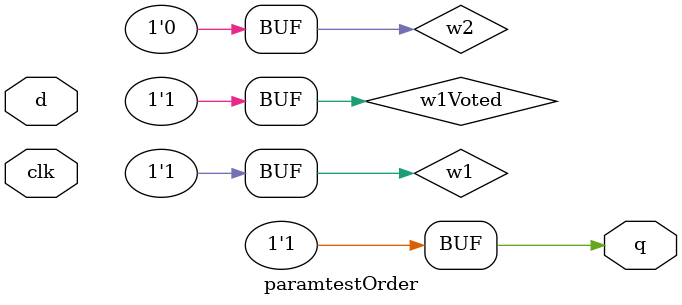
<source format=v>


module paramtestOrder #(parameter f=3, k=3, parameter x=f) (input clk,input [f:k]d , output [f:k] q);
  parameter p1=1;
  parameter [2:0] p2=1;
  localparam l1=p1+p2;
  localparam [2:0] l2=f+k;

  wire [f:k] w1=p1;
  wire [f:k] w2=l1;

  wire [f:k]  w1Voted=w1;
  // tmrg do_not_triplicate wk
  assign q=l1+p1;
  
endmodule

</source>
